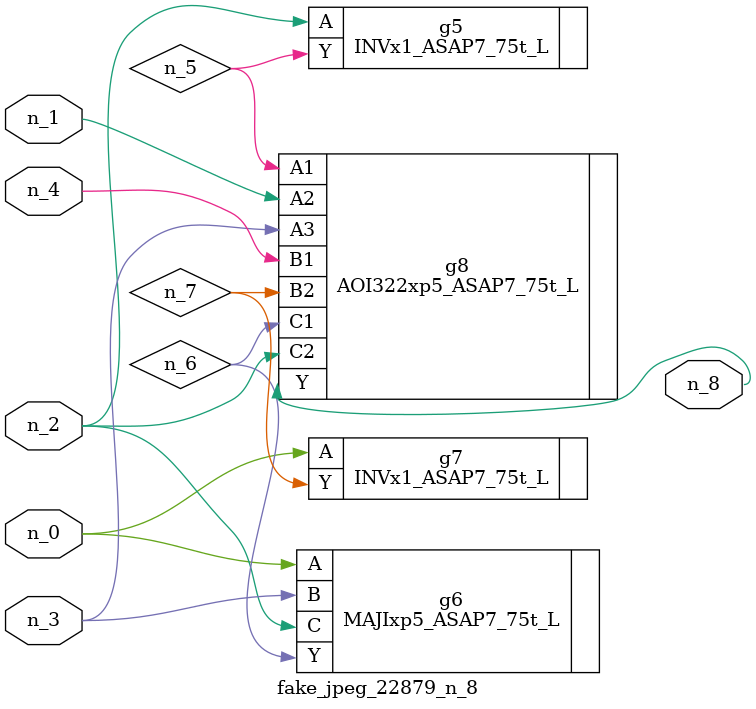
<source format=v>
module fake_jpeg_22879_n_8 (n_3, n_2, n_1, n_0, n_4, n_8);

input n_3;
input n_2;
input n_1;
input n_0;
input n_4;

output n_8;

wire n_6;
wire n_5;
wire n_7;

INVx1_ASAP7_75t_L g5 ( 
.A(n_2),
.Y(n_5)
);

MAJIxp5_ASAP7_75t_L g6 ( 
.A(n_0),
.B(n_3),
.C(n_2),
.Y(n_6)
);

INVx1_ASAP7_75t_L g7 ( 
.A(n_0),
.Y(n_7)
);

AOI322xp5_ASAP7_75t_L g8 ( 
.A1(n_5),
.A2(n_1),
.A3(n_3),
.B1(n_4),
.B2(n_7),
.C1(n_6),
.C2(n_2),
.Y(n_8)
);


endmodule
</source>
